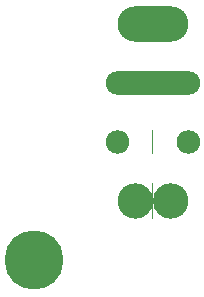
<source format=gtl>
%MOMM*%
%FSLAX46Y46*%
%IPPOS*%

%AMMACLO*
0 landscape_obround*
$4=($2)-($1)*
$5=($2)/(2)*
$6=($1)/(2)*
$7=($5)-($6)*
$8=($6)-($5)*
0 Center Line, Exposure, Width, Height, Center X, Center Y, Rotation*
21,1,$4,$2,0,0,0*
0 Circle, Exposure, Diameter, Center X, Center Y, Rotation*
1,1,$2,$7,0,0*
0 Circle, Exposure, Diameter, Center X, Center Y, Rotation*
1,1,$2,$8,0,0*
0 Circle, Exposure, Diameter, Center X, Center Y, Rotation*
1,0,$3,0,0,0*
%

%ADD10MACLO,8X2*%
%ADD11MACLO,6X3*%

%ADD90O,8X2*%
%ADD91O,6X3*%

%ADD12C,5X0*%

D10*
X00000000Y0000000D03*
D11*
X0000000Y-5000000D03*

D90*
X0000000Y5000000D03*
D91*
X0000000Y10000000D03*

D12*
X-10000000Y-10000000D03*

M02*

</source>
